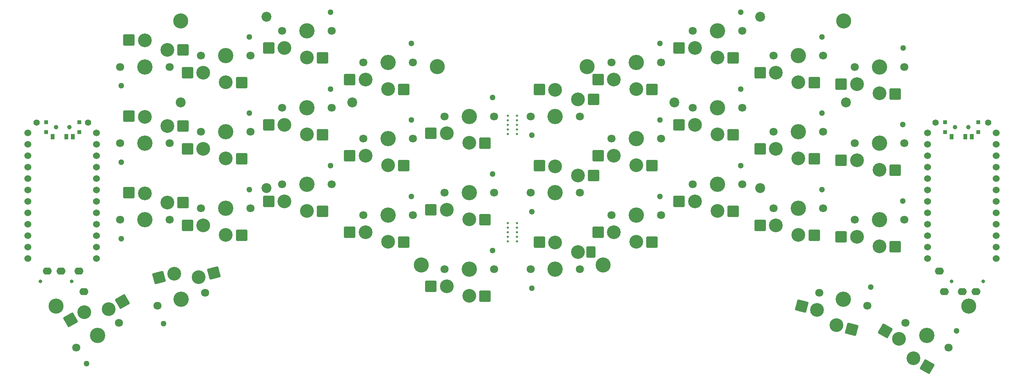
<source format=gbr>
%TF.GenerationSoftware,KiCad,Pcbnew,7.0.6*%
%TF.CreationDate,2023-10-10T10:55:06+08:00*%
%TF.ProjectId,sweepbling-lp__pcb,73776565-7062-46c6-996e-672d6c705f5f,rev?*%
%TF.SameCoordinates,Original*%
%TF.FileFunction,Soldermask,Bot*%
%TF.FilePolarity,Negative*%
%FSLAX46Y46*%
G04 Gerber Fmt 4.6, Leading zero omitted, Abs format (unit mm)*
G04 Created by KiCad (PCBNEW 7.0.6) date 2023-10-10 10:55:06*
%MOMM*%
%LPD*%
G01*
G04 APERTURE LIST*
G04 Aperture macros list*
%AMRoundRect*
0 Rectangle with rounded corners*
0 $1 Rounding radius*
0 $2 $3 $4 $5 $6 $7 $8 $9 X,Y pos of 4 corners*
0 Add a 4 corners polygon primitive as box body*
4,1,4,$2,$3,$4,$5,$6,$7,$8,$9,$2,$3,0*
0 Add four circle primitives for the rounded corners*
1,1,$1+$1,$2,$3*
1,1,$1+$1,$4,$5*
1,1,$1+$1,$6,$7*
1,1,$1+$1,$8,$9*
0 Add four rect primitives between the rounded corners*
20,1,$1+$1,$2,$3,$4,$5,0*
20,1,$1+$1,$4,$5,$6,$7,0*
20,1,$1+$1,$6,$7,$8,$9,0*
20,1,$1+$1,$8,$9,$2,$3,0*%
G04 Aperture macros list end*
%ADD10C,1.524000*%
%ADD11C,0.800000*%
%ADD12O,2.000000X1.600000*%
%ADD13C,1.800000*%
%ADD14C,3.400000*%
%ADD15C,3.050000*%
%ADD16C,1.300000*%
%ADD17RoundRect,0.250000X1.025000X1.000000X-1.025000X1.000000X-1.025000X-1.000000X1.025000X-1.000000X0*%
%ADD18RoundRect,0.250000X1.387676X0.353525X-0.387676X1.378525X-1.387676X-0.353525X0.387676X-1.378525X0*%
%ADD19RoundRect,0.250000X1.248893X0.700636X-0.731255X1.231215X-1.248893X-0.700636X0.731255X-1.231215X0*%
%ADD20RoundRect,0.250000X-1.025000X-1.000000X1.025000X-1.000000X1.025000X1.000000X-1.025000X1.000000X0*%
%ADD21RoundRect,0.200000X-0.800000X-1.050000X0.800000X-1.050000X0.800000X1.050000X-0.800000X1.050000X0*%
%ADD22C,0.500000*%
%ADD23C,2.200000*%
%ADD24C,1.397000*%
%ADD25RoundRect,0.250000X-0.731255X-1.231215X1.248893X-0.700636X0.731255X1.231215X-1.248893X0.700636X0*%
%ADD26RoundRect,0.250000X-0.387676X-1.378525X1.387676X-0.353525X0.387676X1.378525X-1.387676X0.353525X0*%
%ADD27C,3.350000*%
%ADD28C,1.000000*%
%ADD29R,0.900000X0.900000*%
%ADD30R,0.900000X1.250000*%
G04 APERTURE END LIST*
D10*
%TO.C,U1*%
X237789400Y-53086000D03*
X237789400Y-55626000D03*
X237789400Y-58166000D03*
X237789400Y-60706000D03*
X237789400Y-63246000D03*
X237789400Y-65786000D03*
X237789400Y-68326000D03*
X237789400Y-70866000D03*
X237789400Y-73406000D03*
X237789400Y-75946000D03*
X237789400Y-78486000D03*
X237789400Y-81026000D03*
X222569400Y-81026000D03*
X222569400Y-78486000D03*
X222569400Y-75946000D03*
X222569400Y-73406000D03*
X222569400Y-70866000D03*
X222569400Y-68326000D03*
X222569400Y-65786000D03*
X222569400Y-63246000D03*
X222569400Y-60706000D03*
X222569400Y-58166000D03*
X222569400Y-55626000D03*
X222569400Y-53086000D03*
%TD*%
D11*
%TO.C,TRRS1*%
X234874000Y-86052000D03*
X227874000Y-86052000D03*
D12*
X230274000Y-88352000D03*
X233274000Y-88352000D03*
X225174000Y-83752000D03*
X226274000Y-88352000D03*
%TD*%
D13*
%TO.C,SW13*%
X181356000Y-64516000D03*
D14*
X175856000Y-64516000D03*
D15*
X175856000Y-70416000D03*
D13*
X170356000Y-64516000D03*
D15*
X170856000Y-68316000D03*
D16*
X181076000Y-60316000D03*
D17*
X179356000Y-70516000D03*
X167356000Y-68316000D03*
%TD*%
D13*
%TO.C,SW17*%
X227149140Y-100832000D03*
D15*
X216155873Y-98872897D03*
D16*
X229006653Y-97054693D03*
D13*
X217622860Y-95332000D03*
D15*
X219436000Y-103191550D03*
D14*
X222386000Y-98082000D03*
D18*
X222417089Y-105028152D03*
X213124784Y-97122897D03*
%TD*%
D16*
%TO.C,SW12*%
X163076000Y-67174000D03*
D14*
X157856000Y-71374000D03*
D15*
X152856000Y-75174000D03*
D13*
X152356000Y-71374000D03*
D15*
X157856000Y-77274000D03*
D13*
X163356000Y-71374000D03*
D17*
X161356000Y-77374000D03*
X149356000Y-75174000D03*
%TD*%
D16*
%TO.C,SW16*%
X209955173Y-87376147D03*
D13*
X198513408Y-88658495D03*
D15*
X198012858Y-92458423D03*
X202298968Y-95780962D03*
D13*
X209138592Y-91505505D03*
D14*
X203826000Y-90082000D03*
D19*
X205653826Y-96783422D03*
X194632118Y-91552556D03*
%TD*%
D15*
%TO.C,SW14*%
X193856000Y-75750000D03*
X188856000Y-73650000D03*
D14*
X193856000Y-69850000D03*
D16*
X199076000Y-65650000D03*
D13*
X199356000Y-69850000D03*
X188356000Y-69850000D03*
D17*
X197356000Y-75850000D03*
X185356000Y-73650000D03*
%TD*%
D14*
%TO.C,SW15*%
X211836000Y-72390000D03*
D15*
X206836000Y-76190000D03*
D13*
X206336000Y-72390000D03*
D16*
X217056000Y-68190000D03*
D15*
X211836000Y-78290000D03*
D13*
X217336000Y-72390000D03*
D17*
X215336000Y-78390000D03*
X203336000Y-76190000D03*
%TD*%
D15*
%TO.C,SW3*%
X175856000Y-36282000D03*
D14*
X175856000Y-30382000D03*
D13*
X170356000Y-30382000D03*
D15*
X170856000Y-34182000D03*
D16*
X181076000Y-26182000D03*
D13*
X181356000Y-30382000D03*
D17*
X179356000Y-36382000D03*
X167356000Y-34182000D03*
%TD*%
D15*
%TO.C,SW2*%
X157856000Y-43282000D03*
D13*
X163356000Y-37382000D03*
X152356000Y-37382000D03*
D14*
X157856000Y-37382000D03*
D16*
X163076000Y-33182000D03*
D15*
X152856000Y-41182000D03*
D17*
X161356000Y-43382000D03*
X149356000Y-41182000D03*
%TD*%
D13*
%TO.C,SW7*%
X163356000Y-54356000D03*
D15*
X157856000Y-60256000D03*
D13*
X152356000Y-54356000D03*
D14*
X157856000Y-54356000D03*
D15*
X152856000Y-58156000D03*
D16*
X163076000Y-50156000D03*
D17*
X161356000Y-60356000D03*
X149356000Y-58156000D03*
%TD*%
D13*
%TO.C,SW11*%
X145356000Y-83382000D03*
X134356000Y-83382000D03*
D15*
X144856000Y-79582000D03*
X139856000Y-77482000D03*
D14*
X139856000Y-83382000D03*
D16*
X134636000Y-87582000D03*
D20*
X136356000Y-77382000D03*
D21*
X147806000Y-79582000D03*
%TD*%
D16*
%TO.C,SW10*%
X217056000Y-51172000D03*
D13*
X206336000Y-55372000D03*
D14*
X211836000Y-55372000D03*
D15*
X211836000Y-61272000D03*
D13*
X217336000Y-55372000D03*
D15*
X206836000Y-59172000D03*
D17*
X215336000Y-61372000D03*
X203336000Y-59172000D03*
%TD*%
D15*
%TO.C,SW9*%
X188856000Y-56632000D03*
D13*
X199356000Y-52832000D03*
D15*
X193856000Y-58732000D03*
D14*
X193856000Y-52832000D03*
D16*
X199076000Y-48632000D03*
D13*
X188356000Y-52832000D03*
D17*
X197356000Y-58832000D03*
X185356000Y-56632000D03*
%TD*%
D13*
%TO.C,SW6*%
X134356000Y-66382000D03*
D15*
X144856000Y-62582000D03*
D13*
X145356000Y-66382000D03*
D15*
X139856000Y-60482000D03*
D14*
X139856000Y-66382000D03*
D16*
X134636000Y-70582000D03*
D20*
X136356000Y-60382000D03*
X148356000Y-62582000D03*
%TD*%
D16*
%TO.C,SW5*%
X217076000Y-34182000D03*
D13*
X206356000Y-38382000D03*
X217356000Y-38382000D03*
D14*
X211856000Y-38382000D03*
D15*
X206856000Y-42182000D03*
X211856000Y-44282000D03*
D17*
X215356000Y-44382000D03*
X203356000Y-42182000D03*
%TD*%
D15*
%TO.C,SW4*%
X193856000Y-41782000D03*
D14*
X193856000Y-35882000D03*
D16*
X199076000Y-31682000D03*
D13*
X188356000Y-35882000D03*
D15*
X188856000Y-39682000D03*
D13*
X199356000Y-35882000D03*
D17*
X197356000Y-41882000D03*
X185356000Y-39682000D03*
%TD*%
D15*
%TO.C,SW1*%
X144856000Y-45582000D03*
D13*
X134356000Y-49382000D03*
D16*
X134636000Y-53582000D03*
D14*
X139856000Y-49382000D03*
D13*
X145356000Y-49382000D03*
D15*
X139856000Y-43482000D03*
D20*
X136356000Y-43382000D03*
X148356000Y-45582000D03*
%TD*%
D22*
%TO.C,mouse-bite-2mm-slot2*%
X129286000Y-53340000D03*
X129286000Y-50292000D03*
X129286000Y-51308000D03*
X131318000Y-50292000D03*
X131318000Y-51308000D03*
X129286000Y-52324000D03*
X131318000Y-52324000D03*
X131318000Y-53340000D03*
X131318000Y-49276000D03*
X129286000Y-49276000D03*
%TD*%
%TO.C,mouse-bite-2mm-slot1*%
X131318000Y-77216000D03*
X131318000Y-74168000D03*
X129286000Y-74168000D03*
X129286000Y-77216000D03*
X129286000Y-75184000D03*
X131318000Y-75184000D03*
X131318000Y-76200000D03*
X129286000Y-73152000D03*
X129286000Y-76200000D03*
X131318000Y-73152000D03*
%TD*%
D15*
%TO.C,SW8*%
X175856000Y-53398000D03*
D13*
X170356000Y-47498000D03*
X181356000Y-47498000D03*
D16*
X181076000Y-43298000D03*
D14*
X175856000Y-47498000D03*
D15*
X170856000Y-51298000D03*
D17*
X179356000Y-53498000D03*
X167356000Y-51298000D03*
%TD*%
D23*
%TO.C,e*%
X166306000Y-46282000D03*
X185356000Y-27232000D03*
X204406000Y-46282000D03*
X185356000Y-65332000D03*
%TD*%
D24*
%TO.C,Bat+1*%
X235966000Y-50800000D03*
%TD*%
%TO.C,BatGND1*%
X224282000Y-50800000D03*
%TD*%
D10*
%TO.C,U2*%
X37937400Y-53086000D03*
X37937400Y-55626000D03*
X37937400Y-58166000D03*
X37937400Y-60706000D03*
X37937400Y-63246000D03*
X37937400Y-65786000D03*
X37937400Y-68326000D03*
X37937400Y-70866000D03*
X37937400Y-73406000D03*
X37937400Y-75946000D03*
X37937400Y-78486000D03*
X37937400Y-81026000D03*
X22717400Y-81026000D03*
X22717400Y-78486000D03*
X22717400Y-75946000D03*
X22717400Y-73406000D03*
X22717400Y-70866000D03*
X22717400Y-68326000D03*
X22717400Y-65786000D03*
X22717400Y-63246000D03*
X22717400Y-60706000D03*
X22717400Y-58166000D03*
X22717400Y-55626000D03*
X22717400Y-53086000D03*
%TD*%
D11*
%TO.C,TRRS2*%
X25476000Y-86052000D03*
X32476000Y-86052000D03*
D12*
X30076000Y-83752000D03*
X27076000Y-83752000D03*
X35176000Y-88352000D03*
X34076000Y-83752000D03*
%TD*%
D13*
%TO.C,SW15_r1*%
X54186000Y-72390000D03*
D16*
X43466000Y-76590000D03*
D15*
X48686000Y-66490000D03*
X53686000Y-68590000D03*
D13*
X43186000Y-72390000D03*
D14*
X48686000Y-72390000D03*
D20*
X45186000Y-66390000D03*
X57186000Y-68590000D03*
%TD*%
D15*
%TO.C,SW9_r1*%
X66700000Y-58732000D03*
X61700000Y-56632000D03*
D13*
X72200000Y-52832000D03*
D16*
X71920000Y-48632000D03*
D14*
X66700000Y-52832000D03*
D13*
X61200000Y-52832000D03*
D17*
X70200000Y-58832000D03*
X58200000Y-56632000D03*
%TD*%
D14*
%TO.C,SW13_r1*%
X84688000Y-64516000D03*
D13*
X79188000Y-64516000D03*
D15*
X79688000Y-68316000D03*
X84688000Y-70416000D03*
D16*
X89908000Y-60316000D03*
D13*
X90188000Y-64516000D03*
D17*
X88188000Y-70516000D03*
X76188000Y-68316000D03*
%TD*%
D15*
%TO.C,SW12_r1*%
X97714000Y-75174000D03*
D16*
X107934000Y-67174000D03*
D14*
X102714000Y-71374000D03*
D13*
X108214000Y-71374000D03*
D15*
X102714000Y-77274000D03*
D13*
X97214000Y-71374000D03*
D17*
X106214000Y-77374000D03*
X94214000Y-75174000D03*
%TD*%
D13*
%TO.C,SW5_r1*%
X43186000Y-38382000D03*
X54186000Y-38382000D03*
D15*
X48686000Y-32482000D03*
D14*
X48686000Y-38382000D03*
D15*
X53686000Y-34582000D03*
D16*
X43466000Y-42582000D03*
D20*
X45186000Y-32382000D03*
X57186000Y-34582000D03*
%TD*%
D15*
%TO.C,SW4_r1*%
X66700000Y-41782000D03*
D16*
X71920000Y-31682000D03*
D14*
X66700000Y-35882000D03*
D13*
X61200000Y-35882000D03*
D15*
X61700000Y-39682000D03*
D13*
X72200000Y-35882000D03*
D17*
X70200000Y-41882000D03*
X58200000Y-39682000D03*
%TD*%
D14*
%TO.C,SW1_r1*%
X120732000Y-49382000D03*
D16*
X125952000Y-45182000D03*
D15*
X120732000Y-55282000D03*
X115732000Y-53182000D03*
D13*
X126232000Y-49382000D03*
X115232000Y-49382000D03*
D17*
X124232000Y-55382000D03*
X112232000Y-53182000D03*
%TD*%
D13*
%TO.C,SW14_r1*%
X61200000Y-69850000D03*
X72200000Y-69850000D03*
D16*
X71920000Y-65650000D03*
D15*
X61700000Y-73650000D03*
X66700000Y-75750000D03*
D14*
X66700000Y-69850000D03*
D17*
X70200000Y-75850000D03*
X58200000Y-73650000D03*
%TD*%
D14*
%TO.C,SW3_r1*%
X84688000Y-30382000D03*
D15*
X84688000Y-36282000D03*
D13*
X90188000Y-30382000D03*
D16*
X89908000Y-26182000D03*
D15*
X79688000Y-34182000D03*
D13*
X79188000Y-30382000D03*
D17*
X88188000Y-36382000D03*
X76188000Y-34182000D03*
%TD*%
D13*
%TO.C,SW11_r1*%
X126232000Y-83382000D03*
D16*
X125952000Y-79182000D03*
D15*
X115732000Y-87182000D03*
X120732000Y-89282000D03*
D13*
X115232000Y-83382000D03*
D14*
X120732000Y-83382000D03*
D17*
X124232000Y-89382000D03*
X112232000Y-87182000D03*
%TD*%
D15*
%TO.C,SW10_r1*%
X48686000Y-49472000D03*
X53686000Y-51572000D03*
D13*
X43186000Y-55372000D03*
D14*
X48686000Y-55372000D03*
D13*
X54186000Y-55372000D03*
D16*
X43466000Y-59572000D03*
D20*
X45186000Y-49372000D03*
X57186000Y-51572000D03*
%TD*%
D13*
%TO.C,SW2_r1*%
X108214000Y-37382000D03*
D15*
X97714000Y-41182000D03*
X102714000Y-43282000D03*
D16*
X107934000Y-33182000D03*
D14*
X102714000Y-37382000D03*
D13*
X97214000Y-37382000D03*
D17*
X106214000Y-43382000D03*
X94214000Y-41182000D03*
%TD*%
D15*
%TO.C,SW7_r1*%
X102714000Y-60256000D03*
D13*
X108214000Y-54356000D03*
X97214000Y-54356000D03*
D16*
X107934000Y-50156000D03*
D14*
X102714000Y-54356000D03*
D15*
X97714000Y-58156000D03*
D17*
X106214000Y-60356000D03*
X94214000Y-58156000D03*
%TD*%
D15*
%TO.C,SW16_r1*%
X55250968Y-84383038D03*
D16*
X52822907Y-95489924D03*
D14*
X56778000Y-90082000D03*
D13*
X51465408Y-91505505D03*
D15*
X60624117Y-85117387D03*
D13*
X62090592Y-88658495D03*
D25*
X51844345Y-85192312D03*
X64004857Y-84211520D03*
%TD*%
D15*
%TO.C,SW8_r1*%
X79688000Y-51298000D03*
D13*
X79188000Y-47498000D03*
X90188000Y-47498000D03*
D15*
X84688000Y-53398000D03*
D14*
X84688000Y-47498000D03*
D16*
X89908000Y-43298000D03*
D17*
X88188000Y-53498000D03*
X76188000Y-51298000D03*
%TD*%
D16*
%TO.C,SW17_r1*%
X35797347Y-104329307D03*
D14*
X38218000Y-98082000D03*
D13*
X42981140Y-95332000D03*
D15*
X35268000Y-92972450D03*
D13*
X33454860Y-100832000D03*
D15*
X40648127Y-92291103D03*
D26*
X32186911Y-94635848D03*
X43679216Y-90541103D03*
%TD*%
D15*
%TO.C,SW6_r1*%
X120732000Y-72282000D03*
X115732000Y-70182000D03*
D13*
X115232000Y-66382000D03*
D16*
X125952000Y-62182000D03*
D14*
X120732000Y-66382000D03*
D13*
X126232000Y-66382000D03*
D17*
X124232000Y-72382000D03*
X112232000Y-70182000D03*
%TD*%
D23*
%TO.C,REF_PUCK_R*%
X75692000Y-65332000D03*
X94742000Y-46282000D03*
X75692000Y-27232000D03*
X56642000Y-46282000D03*
%TD*%
D24*
%TO.C,BatGNDr1*%
X36068000Y-50800000D03*
%TD*%
%TO.C,Bat+r1*%
X24638000Y-50800000D03*
%TD*%
D27*
%TO.C,REF\u002A\u002A*%
X203918000Y-28194000D03*
%TD*%
%TO.C,REF\u002A\u002A*%
X56642000Y-28194000D03*
%TD*%
%TO.C,REF\u002A\u002A*%
X110109000Y-82419610D03*
%TD*%
%TO.C,REF\u002A\u002A*%
X28956000Y-91567000D03*
%TD*%
%TO.C,REF\u002A\u002A*%
X231648000Y-91567000D03*
%TD*%
%TO.C,REF\u002A\u002A*%
X150479000Y-82419610D03*
%TD*%
%TO.C,REF\u002A\u002A*%
X113665000Y-38354000D03*
%TD*%
%TO.C,REF\u002A\u002A*%
X146905000Y-38354000D03*
%TD*%
D28*
%TO.C,SW_POWER1*%
X231624000Y-51816000D03*
X228624000Y-51816000D03*
D29*
X233824000Y-52916000D03*
X226424000Y-52916000D03*
X226424000Y-50716000D03*
X233824000Y-50716000D03*
D30*
X227874000Y-53891000D03*
X230874000Y-53891000D03*
X232374000Y-53891000D03*
%TD*%
D28*
%TO.C,SW_POWERR1*%
X28980000Y-51816000D03*
X31980000Y-51816000D03*
D29*
X26780000Y-52916000D03*
X26780000Y-50716000D03*
X34180000Y-50716000D03*
X34180000Y-52916000D03*
D30*
X28230000Y-53891000D03*
X31230000Y-53891000D03*
X32730000Y-53891000D03*
%TD*%
M02*

</source>
